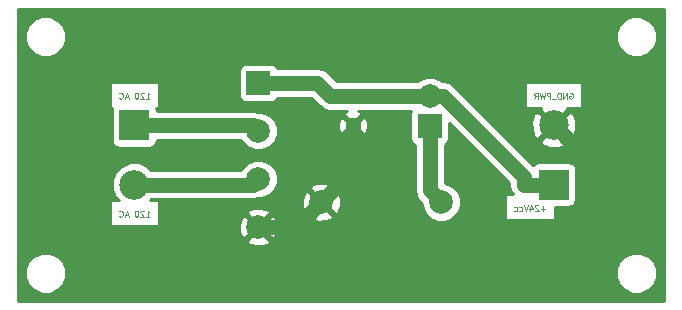
<source format=gbr>
G04 #@! TF.FileFunction,Copper,L2,Bot,Signal*
%FSLAX46Y46*%
G04 Gerber Fmt 4.6, Leading zero omitted, Abs format (unit mm)*
G04 Created by KiCad (PCBNEW 4.0.1-stable) date 23/09/2016 02:13:24 p. m.*
%MOMM*%
G01*
G04 APERTURE LIST*
%ADD10C,0.100000*%
%ADD11C,0.125000*%
%ADD12C,1.300000*%
%ADD13R,1.300000X1.300000*%
%ADD14R,1.998980X1.998980*%
%ADD15C,1.998980*%
%ADD16R,2.000000X2.000000*%
%ADD17C,2.000000*%
%ADD18R,2.500000X2.500000*%
%ADD19C,2.500000*%
%ADD20C,1.250000*%
%ADD21C,0.254000*%
G04 APERTURE END LIST*
D10*
D11*
X128488094Y-110226190D02*
X128773808Y-110226190D01*
X128630951Y-110226190D02*
X128630951Y-109726190D01*
X128678570Y-109797619D01*
X128726189Y-109845238D01*
X128773808Y-109869048D01*
X128297618Y-109773810D02*
X128273808Y-109750000D01*
X128226189Y-109726190D01*
X128107142Y-109726190D01*
X128059523Y-109750000D01*
X128035713Y-109773810D01*
X128011904Y-109821429D01*
X128011904Y-109869048D01*
X128035713Y-109940476D01*
X128321427Y-110226190D01*
X128011904Y-110226190D01*
X127702380Y-109726190D02*
X127654761Y-109726190D01*
X127607142Y-109750000D01*
X127583333Y-109773810D01*
X127559523Y-109821429D01*
X127535714Y-109916667D01*
X127535714Y-110035714D01*
X127559523Y-110130952D01*
X127583333Y-110178571D01*
X127607142Y-110202381D01*
X127654761Y-110226190D01*
X127702380Y-110226190D01*
X127749999Y-110202381D01*
X127773809Y-110178571D01*
X127797618Y-110130952D01*
X127821428Y-110035714D01*
X127821428Y-109916667D01*
X127797618Y-109821429D01*
X127773809Y-109773810D01*
X127749999Y-109750000D01*
X127702380Y-109726190D01*
X126964286Y-110083333D02*
X126726191Y-110083333D01*
X127011905Y-110226190D02*
X126845238Y-109726190D01*
X126678572Y-110226190D01*
X126226191Y-110178571D02*
X126250001Y-110202381D01*
X126321429Y-110226190D01*
X126369048Y-110226190D01*
X126440477Y-110202381D01*
X126488096Y-110154762D01*
X126511905Y-110107143D01*
X126535715Y-110011905D01*
X126535715Y-109940476D01*
X126511905Y-109845238D01*
X126488096Y-109797619D01*
X126440477Y-109750000D01*
X126369048Y-109726190D01*
X126321429Y-109726190D01*
X126250001Y-109750000D01*
X126226191Y-109773810D01*
X128488094Y-100226190D02*
X128773808Y-100226190D01*
X128630951Y-100226190D02*
X128630951Y-99726190D01*
X128678570Y-99797619D01*
X128726189Y-99845238D01*
X128773808Y-99869048D01*
X128297618Y-99773810D02*
X128273808Y-99750000D01*
X128226189Y-99726190D01*
X128107142Y-99726190D01*
X128059523Y-99750000D01*
X128035713Y-99773810D01*
X128011904Y-99821429D01*
X128011904Y-99869048D01*
X128035713Y-99940476D01*
X128321427Y-100226190D01*
X128011904Y-100226190D01*
X127702380Y-99726190D02*
X127654761Y-99726190D01*
X127607142Y-99750000D01*
X127583333Y-99773810D01*
X127559523Y-99821429D01*
X127535714Y-99916667D01*
X127535714Y-100035714D01*
X127559523Y-100130952D01*
X127583333Y-100178571D01*
X127607142Y-100202381D01*
X127654761Y-100226190D01*
X127702380Y-100226190D01*
X127749999Y-100202381D01*
X127773809Y-100178571D01*
X127797618Y-100130952D01*
X127821428Y-100035714D01*
X127821428Y-99916667D01*
X127797618Y-99821429D01*
X127773809Y-99773810D01*
X127749999Y-99750000D01*
X127702380Y-99726190D01*
X126964286Y-100083333D02*
X126726191Y-100083333D01*
X127011905Y-100226190D02*
X126845238Y-99726190D01*
X126678572Y-100226190D01*
X126226191Y-100178571D02*
X126250001Y-100202381D01*
X126321429Y-100226190D01*
X126369048Y-100226190D01*
X126440477Y-100202381D01*
X126488096Y-100154762D01*
X126511905Y-100107143D01*
X126535715Y-100011905D01*
X126535715Y-99940476D01*
X126511905Y-99845238D01*
X126488096Y-99797619D01*
X126440477Y-99750000D01*
X126369048Y-99726190D01*
X126321429Y-99726190D01*
X126250001Y-99750000D01*
X126226191Y-99773810D01*
X162309522Y-109535714D02*
X161928570Y-109535714D01*
X162119046Y-109726190D02*
X162119046Y-109345238D01*
X161714284Y-109273810D02*
X161690474Y-109250000D01*
X161642855Y-109226190D01*
X161523808Y-109226190D01*
X161476189Y-109250000D01*
X161452379Y-109273810D01*
X161428570Y-109321429D01*
X161428570Y-109369048D01*
X161452379Y-109440476D01*
X161738093Y-109726190D01*
X161428570Y-109726190D01*
X160999999Y-109392857D02*
X160999999Y-109726190D01*
X161119046Y-109202381D02*
X161238094Y-109559524D01*
X160928570Y-109559524D01*
X160809523Y-109226190D02*
X160642856Y-109726190D01*
X160476190Y-109226190D01*
X160095238Y-109702381D02*
X160142857Y-109726190D01*
X160238095Y-109726190D01*
X160285714Y-109702381D01*
X160309523Y-109678571D01*
X160333333Y-109630952D01*
X160333333Y-109488095D01*
X160309523Y-109440476D01*
X160285714Y-109416667D01*
X160238095Y-109392857D01*
X160142857Y-109392857D01*
X160095238Y-109416667D01*
X159666667Y-109702381D02*
X159714286Y-109726190D01*
X159809524Y-109726190D01*
X159857143Y-109702381D01*
X159880952Y-109678571D01*
X159904762Y-109630952D01*
X159904762Y-109488095D01*
X159880952Y-109440476D01*
X159857143Y-109416667D01*
X159809524Y-109392857D01*
X159714286Y-109392857D01*
X159666667Y-109416667D01*
X164357143Y-99750000D02*
X164404762Y-99726190D01*
X164476190Y-99726190D01*
X164547619Y-99750000D01*
X164595238Y-99797619D01*
X164619047Y-99845238D01*
X164642857Y-99940476D01*
X164642857Y-100011905D01*
X164619047Y-100107143D01*
X164595238Y-100154762D01*
X164547619Y-100202381D01*
X164476190Y-100226190D01*
X164428571Y-100226190D01*
X164357143Y-100202381D01*
X164333333Y-100178571D01*
X164333333Y-100011905D01*
X164428571Y-100011905D01*
X164119047Y-100226190D02*
X164119047Y-99726190D01*
X163833333Y-100226190D01*
X163833333Y-99726190D01*
X163595237Y-100226190D02*
X163595237Y-99726190D01*
X163476190Y-99726190D01*
X163404761Y-99750000D01*
X163357142Y-99797619D01*
X163333333Y-99845238D01*
X163309523Y-99940476D01*
X163309523Y-100011905D01*
X163333333Y-100107143D01*
X163357142Y-100154762D01*
X163404761Y-100202381D01*
X163476190Y-100226190D01*
X163595237Y-100226190D01*
X163214285Y-100273810D02*
X162833333Y-100273810D01*
X162714285Y-100226190D02*
X162714285Y-99726190D01*
X162523809Y-99726190D01*
X162476190Y-99750000D01*
X162452381Y-99773810D01*
X162428571Y-99821429D01*
X162428571Y-99892857D01*
X162452381Y-99940476D01*
X162476190Y-99964286D01*
X162523809Y-99988095D01*
X162714285Y-99988095D01*
X162261904Y-99726190D02*
X162142857Y-100226190D01*
X162047619Y-99869048D01*
X161952381Y-100226190D01*
X161833333Y-99726190D01*
X161357142Y-100226190D02*
X161523809Y-99988095D01*
X161642856Y-100226190D02*
X161642856Y-99726190D01*
X161452380Y-99726190D01*
X161404761Y-99750000D01*
X161380952Y-99773810D01*
X161357142Y-99821429D01*
X161357142Y-99892857D01*
X161380952Y-99940476D01*
X161404761Y-99964286D01*
X161452380Y-99988095D01*
X161642856Y-99988095D01*
D12*
X146000000Y-102500000D03*
D13*
X146000000Y-100000000D03*
D14*
X138000000Y-98904000D03*
D15*
X138000000Y-102968000D03*
X138000000Y-107032000D03*
X138000000Y-111096000D03*
D16*
X152500000Y-102540000D03*
D17*
X152500000Y-100000000D03*
D18*
X127500000Y-102500000D03*
D19*
X127500000Y-107500000D03*
D18*
X163000000Y-107500000D03*
D19*
X163000000Y-102500000D03*
D15*
X153500000Y-109000000D03*
X143340000Y-109000000D03*
D20*
X141244000Y-111096000D02*
X143340000Y-109000000D01*
X138000000Y-111096000D02*
X141244000Y-111096000D01*
X165375400Y-104875400D02*
X163000000Y-102500000D01*
X165375400Y-109223300D02*
X165375400Y-104875400D01*
X163437300Y-111161400D02*
X165375400Y-109223300D01*
X150821400Y-111161400D02*
X163437300Y-111161400D01*
X146000000Y-106340000D02*
X150821400Y-111161400D01*
X143340000Y-109000000D02*
X146000000Y-106340000D01*
X146000000Y-106340000D02*
X146000000Y-102500000D01*
X152500000Y-100000000D02*
X146000000Y-100000000D01*
X143004000Y-98904000D02*
X144100000Y-100000000D01*
X138000000Y-98904000D02*
X143004000Y-98904000D01*
X146000000Y-100000000D02*
X144100000Y-100000000D01*
X153625000Y-100000000D02*
X152500000Y-100000000D01*
X160500000Y-106875000D02*
X153625000Y-100000000D01*
X160500000Y-107500000D02*
X160500000Y-106875000D01*
X163000000Y-107500000D02*
X160500000Y-107500000D01*
X137532000Y-107500000D02*
X138000000Y-107032000D01*
X127500000Y-107500000D02*
X137532000Y-107500000D01*
X152500000Y-108000000D02*
X152500000Y-102540000D01*
X153500000Y-109000000D02*
X152500000Y-108000000D01*
X137532000Y-102500000D02*
X138000000Y-102968000D01*
X127500000Y-102500000D02*
X137532000Y-102500000D01*
D21*
G36*
X172373000Y-117373000D02*
X117627000Y-117373000D01*
X117627000Y-115343599D01*
X118264699Y-115343599D01*
X118528281Y-115981515D01*
X119015918Y-116470004D01*
X119653373Y-116734699D01*
X120343599Y-116735301D01*
X120981515Y-116471719D01*
X121470004Y-115984082D01*
X121734699Y-115346627D01*
X121734701Y-115343599D01*
X168264699Y-115343599D01*
X168528281Y-115981515D01*
X169015918Y-116470004D01*
X169653373Y-116734699D01*
X170343599Y-116735301D01*
X170981515Y-116471719D01*
X171470004Y-115984082D01*
X171734699Y-115346627D01*
X171735301Y-114656401D01*
X171471719Y-114018485D01*
X170984082Y-113529996D01*
X170346627Y-113265301D01*
X169656401Y-113264699D01*
X169018485Y-113528281D01*
X168529996Y-114015918D01*
X168265301Y-114653373D01*
X168264699Y-115343599D01*
X121734701Y-115343599D01*
X121735301Y-114656401D01*
X121471719Y-114018485D01*
X120984082Y-113529996D01*
X120346627Y-113265301D01*
X119656401Y-113264699D01*
X119018485Y-113528281D01*
X118529996Y-114015918D01*
X118265301Y-114653373D01*
X118264699Y-115343599D01*
X117627000Y-115343599D01*
X117627000Y-112248163D01*
X137027443Y-112248163D01*
X137126042Y-112514965D01*
X137735582Y-112741401D01*
X138385377Y-112717341D01*
X138873958Y-112514965D01*
X138972557Y-112248163D01*
X138000000Y-111275605D01*
X137027443Y-112248163D01*
X117627000Y-112248163D01*
X117627000Y-108827500D01*
X125433454Y-108827500D01*
X125433454Y-111047500D01*
X129566547Y-111047500D01*
X129566547Y-110831582D01*
X136354599Y-110831582D01*
X136378659Y-111481377D01*
X136581035Y-111969958D01*
X136847837Y-112068557D01*
X137820395Y-111096000D01*
X138179605Y-111096000D01*
X139152163Y-112068557D01*
X139418965Y-111969958D01*
X139645401Y-111360418D01*
X139621341Y-110710623D01*
X139418965Y-110222042D01*
X139229878Y-110152163D01*
X142367443Y-110152163D01*
X142466042Y-110418965D01*
X143075582Y-110645401D01*
X143725377Y-110621341D01*
X144213958Y-110418965D01*
X144312557Y-110152163D01*
X143340000Y-109179605D01*
X142367443Y-110152163D01*
X139229878Y-110152163D01*
X139152163Y-110123443D01*
X138179605Y-111096000D01*
X137820395Y-111096000D01*
X136847837Y-110123443D01*
X136581035Y-110222042D01*
X136354599Y-110831582D01*
X129566547Y-110831582D01*
X129566547Y-109943837D01*
X137027443Y-109943837D01*
X138000000Y-110916395D01*
X138972557Y-109943837D01*
X138873958Y-109677035D01*
X138264418Y-109450599D01*
X137614623Y-109474659D01*
X137126042Y-109677035D01*
X137027443Y-109943837D01*
X129566547Y-109943837D01*
X129566547Y-108827500D01*
X128838303Y-108827500D01*
X128905921Y-108760000D01*
X137531995Y-108760000D01*
X137532000Y-108760001D01*
X137654760Y-108735582D01*
X141694599Y-108735582D01*
X141718659Y-109385377D01*
X141921035Y-109873958D01*
X142187837Y-109972557D01*
X143160395Y-109000000D01*
X143519605Y-109000000D01*
X144492163Y-109972557D01*
X144758965Y-109873958D01*
X144985401Y-109264418D01*
X144961341Y-108614623D01*
X144758965Y-108126042D01*
X144492163Y-108027443D01*
X143519605Y-109000000D01*
X143160395Y-109000000D01*
X142187837Y-108027443D01*
X141921035Y-108126042D01*
X141694599Y-108735582D01*
X137654760Y-108735582D01*
X138002090Y-108666493D01*
X138323694Y-108666774D01*
X138924655Y-108418462D01*
X139384846Y-107959073D01*
X139431035Y-107847837D01*
X142367443Y-107847837D01*
X143340000Y-108820395D01*
X144312557Y-107847837D01*
X144213958Y-107581035D01*
X143604418Y-107354599D01*
X142954623Y-107378659D01*
X142466042Y-107581035D01*
X142367443Y-107847837D01*
X139431035Y-107847837D01*
X139634206Y-107358547D01*
X139634774Y-106708306D01*
X139386462Y-106107345D01*
X138927073Y-105647154D01*
X138326547Y-105397794D01*
X137676306Y-105397226D01*
X137075345Y-105645538D01*
X136615154Y-106104927D01*
X136559067Y-106240000D01*
X128905666Y-106240000D01*
X128569161Y-105902907D01*
X127876595Y-105615328D01*
X127126695Y-105614674D01*
X126433628Y-105901043D01*
X125902907Y-106430839D01*
X125615328Y-107123405D01*
X125614674Y-107873305D01*
X125901043Y-108566372D01*
X126161716Y-108827500D01*
X125433454Y-108827500D01*
X117627000Y-108827500D01*
X117627000Y-98827500D01*
X125433454Y-98827500D01*
X125433454Y-101047500D01*
X125643567Y-101047500D01*
X125602560Y-101250000D01*
X125602560Y-103750000D01*
X125646838Y-103985317D01*
X125785910Y-104201441D01*
X125998110Y-104346431D01*
X126250000Y-104397440D01*
X128750000Y-104397440D01*
X128985317Y-104353162D01*
X129201441Y-104214090D01*
X129346431Y-104001890D01*
X129395415Y-103760000D01*
X136558726Y-103760000D01*
X136613538Y-103892655D01*
X137072927Y-104352846D01*
X137673453Y-104602206D01*
X138323694Y-104602774D01*
X138924655Y-104354462D01*
X139384846Y-103895073D01*
X139590826Y-103399016D01*
X145280590Y-103399016D01*
X145336271Y-103629611D01*
X145819078Y-103797622D01*
X146329428Y-103768083D01*
X146663729Y-103629611D01*
X146719410Y-103399016D01*
X146000000Y-102679605D01*
X145280590Y-103399016D01*
X139590826Y-103399016D01*
X139634206Y-103294547D01*
X139634774Y-102644306D01*
X139500393Y-102319078D01*
X144702378Y-102319078D01*
X144731917Y-102829428D01*
X144870389Y-103163729D01*
X145100984Y-103219410D01*
X145820395Y-102500000D01*
X146179605Y-102500000D01*
X146899016Y-103219410D01*
X147129611Y-103163729D01*
X147297622Y-102680922D01*
X147268083Y-102170572D01*
X147129611Y-101836271D01*
X146899016Y-101780590D01*
X146179605Y-102500000D01*
X145820395Y-102500000D01*
X145100984Y-101780590D01*
X144870389Y-101836271D01*
X144702378Y-102319078D01*
X139500393Y-102319078D01*
X139386462Y-102043345D01*
X138927073Y-101583154D01*
X138326547Y-101333794D01*
X138002108Y-101333511D01*
X137532000Y-101239999D01*
X137531995Y-101240000D01*
X129395558Y-101240000D01*
X129359337Y-101047500D01*
X129566547Y-101047500D01*
X129566547Y-98827500D01*
X125433454Y-98827500D01*
X117627000Y-98827500D01*
X117627000Y-97904510D01*
X136353070Y-97904510D01*
X136353070Y-99903490D01*
X136397348Y-100138807D01*
X136536420Y-100354931D01*
X136748620Y-100499921D01*
X137000510Y-100550930D01*
X138999490Y-100550930D01*
X139234807Y-100506652D01*
X139450931Y-100367580D01*
X139590031Y-100164000D01*
X142482090Y-100164000D01*
X143209043Y-100890952D01*
X143209045Y-100890955D01*
X143617819Y-101164088D01*
X144100000Y-101260001D01*
X144100005Y-101260000D01*
X145165116Y-101260000D01*
X145350000Y-101297440D01*
X145512385Y-101297440D01*
X145336271Y-101370389D01*
X145280590Y-101600984D01*
X146000000Y-102320395D01*
X146719410Y-101600984D01*
X146663729Y-101370389D01*
X146454098Y-101297440D01*
X146650000Y-101297440D01*
X146848976Y-101260000D01*
X150922776Y-101260000D01*
X150903569Y-101288110D01*
X150852560Y-101540000D01*
X150852560Y-103540000D01*
X150896838Y-103775317D01*
X151035910Y-103991441D01*
X151240000Y-104130890D01*
X151240000Y-107999995D01*
X151239999Y-108000000D01*
X151335912Y-108482181D01*
X151609045Y-108890955D01*
X151865380Y-109147290D01*
X151865226Y-109323694D01*
X152113538Y-109924655D01*
X152572927Y-110384846D01*
X153173453Y-110634206D01*
X153823694Y-110634774D01*
X154424655Y-110386462D01*
X154884846Y-109927073D01*
X155134206Y-109326547D01*
X155134774Y-108676306D01*
X154886462Y-108075345D01*
X154427073Y-107615154D01*
X153826547Y-107365794D01*
X153760000Y-107365736D01*
X153760000Y-104127279D01*
X153951441Y-104004090D01*
X154096431Y-103791890D01*
X154147440Y-103540000D01*
X154147440Y-102304350D01*
X159240000Y-107396909D01*
X159240000Y-107500000D01*
X159335912Y-107982181D01*
X159566646Y-108327500D01*
X158873930Y-108327500D01*
X158873930Y-110547500D01*
X163126071Y-110547500D01*
X163126071Y-109397440D01*
X164250000Y-109397440D01*
X164485317Y-109353162D01*
X164701441Y-109214090D01*
X164846431Y-109001890D01*
X164897440Y-108750000D01*
X164897440Y-106250000D01*
X164853162Y-106014683D01*
X164714090Y-105798559D01*
X164501890Y-105653569D01*
X164250000Y-105602560D01*
X161750000Y-105602560D01*
X161514683Y-105646838D01*
X161298559Y-105785910D01*
X161255637Y-105848728D01*
X159240230Y-103833320D01*
X161846285Y-103833320D01*
X161975533Y-104126123D01*
X162675806Y-104394388D01*
X163425435Y-104374250D01*
X164024467Y-104126123D01*
X164153715Y-103833320D01*
X163000000Y-102679605D01*
X161846285Y-103833320D01*
X159240230Y-103833320D01*
X157582716Y-102175806D01*
X161105612Y-102175806D01*
X161125750Y-102925435D01*
X161373877Y-103524467D01*
X161666680Y-103653715D01*
X162820395Y-102500000D01*
X163179605Y-102500000D01*
X164333320Y-103653715D01*
X164626123Y-103524467D01*
X164894388Y-102824194D01*
X164874250Y-102074565D01*
X164626123Y-101475533D01*
X164333320Y-101346285D01*
X163179605Y-102500000D01*
X162820395Y-102500000D01*
X161666680Y-101346285D01*
X161373877Y-101475533D01*
X161105612Y-102175806D01*
X157582716Y-102175806D01*
X154515955Y-99109045D01*
X154107181Y-98835912D01*
X154064892Y-98827500D01*
X160564405Y-98827500D01*
X160564405Y-101047500D01*
X161898893Y-101047500D01*
X161846285Y-101166680D01*
X163000000Y-102320395D01*
X164153715Y-101166680D01*
X164101107Y-101047500D01*
X165435596Y-101047500D01*
X165435596Y-98827500D01*
X160564405Y-98827500D01*
X154064892Y-98827500D01*
X153625000Y-98739999D01*
X153624995Y-98740000D01*
X153552422Y-98740000D01*
X153427363Y-98614722D01*
X152826648Y-98365284D01*
X152176205Y-98364716D01*
X151575057Y-98613106D01*
X151447941Y-98740000D01*
X146834884Y-98740000D01*
X146650000Y-98702560D01*
X145350000Y-98702560D01*
X145151024Y-98740000D01*
X144621909Y-98740000D01*
X143894955Y-98013045D01*
X143486181Y-97739912D01*
X143004000Y-97643999D01*
X143003995Y-97644000D01*
X139586441Y-97644000D01*
X139463580Y-97453069D01*
X139251380Y-97308079D01*
X138999490Y-97257070D01*
X137000510Y-97257070D01*
X136765193Y-97301348D01*
X136549069Y-97440420D01*
X136404079Y-97652620D01*
X136353070Y-97904510D01*
X117627000Y-97904510D01*
X117627000Y-95343599D01*
X118264699Y-95343599D01*
X118528281Y-95981515D01*
X119015918Y-96470004D01*
X119653373Y-96734699D01*
X120343599Y-96735301D01*
X120981515Y-96471719D01*
X121470004Y-95984082D01*
X121734699Y-95346627D01*
X121734701Y-95343599D01*
X168264699Y-95343599D01*
X168528281Y-95981515D01*
X169015918Y-96470004D01*
X169653373Y-96734699D01*
X170343599Y-96735301D01*
X170981515Y-96471719D01*
X171470004Y-95984082D01*
X171734699Y-95346627D01*
X171735301Y-94656401D01*
X171471719Y-94018485D01*
X170984082Y-93529996D01*
X170346627Y-93265301D01*
X169656401Y-93264699D01*
X169018485Y-93528281D01*
X168529996Y-94015918D01*
X168265301Y-94653373D01*
X168264699Y-95343599D01*
X121734701Y-95343599D01*
X121735301Y-94656401D01*
X121471719Y-94018485D01*
X120984082Y-93529996D01*
X120346627Y-93265301D01*
X119656401Y-93264699D01*
X119018485Y-93528281D01*
X118529996Y-94015918D01*
X118265301Y-94653373D01*
X118264699Y-95343599D01*
X117627000Y-95343599D01*
X117627000Y-92627000D01*
X172373000Y-92627000D01*
X172373000Y-117373000D01*
X172373000Y-117373000D01*
G37*
X172373000Y-117373000D02*
X117627000Y-117373000D01*
X117627000Y-115343599D01*
X118264699Y-115343599D01*
X118528281Y-115981515D01*
X119015918Y-116470004D01*
X119653373Y-116734699D01*
X120343599Y-116735301D01*
X120981515Y-116471719D01*
X121470004Y-115984082D01*
X121734699Y-115346627D01*
X121734701Y-115343599D01*
X168264699Y-115343599D01*
X168528281Y-115981515D01*
X169015918Y-116470004D01*
X169653373Y-116734699D01*
X170343599Y-116735301D01*
X170981515Y-116471719D01*
X171470004Y-115984082D01*
X171734699Y-115346627D01*
X171735301Y-114656401D01*
X171471719Y-114018485D01*
X170984082Y-113529996D01*
X170346627Y-113265301D01*
X169656401Y-113264699D01*
X169018485Y-113528281D01*
X168529996Y-114015918D01*
X168265301Y-114653373D01*
X168264699Y-115343599D01*
X121734701Y-115343599D01*
X121735301Y-114656401D01*
X121471719Y-114018485D01*
X120984082Y-113529996D01*
X120346627Y-113265301D01*
X119656401Y-113264699D01*
X119018485Y-113528281D01*
X118529996Y-114015918D01*
X118265301Y-114653373D01*
X118264699Y-115343599D01*
X117627000Y-115343599D01*
X117627000Y-112248163D01*
X137027443Y-112248163D01*
X137126042Y-112514965D01*
X137735582Y-112741401D01*
X138385377Y-112717341D01*
X138873958Y-112514965D01*
X138972557Y-112248163D01*
X138000000Y-111275605D01*
X137027443Y-112248163D01*
X117627000Y-112248163D01*
X117627000Y-108827500D01*
X125433454Y-108827500D01*
X125433454Y-111047500D01*
X129566547Y-111047500D01*
X129566547Y-110831582D01*
X136354599Y-110831582D01*
X136378659Y-111481377D01*
X136581035Y-111969958D01*
X136847837Y-112068557D01*
X137820395Y-111096000D01*
X138179605Y-111096000D01*
X139152163Y-112068557D01*
X139418965Y-111969958D01*
X139645401Y-111360418D01*
X139621341Y-110710623D01*
X139418965Y-110222042D01*
X139229878Y-110152163D01*
X142367443Y-110152163D01*
X142466042Y-110418965D01*
X143075582Y-110645401D01*
X143725377Y-110621341D01*
X144213958Y-110418965D01*
X144312557Y-110152163D01*
X143340000Y-109179605D01*
X142367443Y-110152163D01*
X139229878Y-110152163D01*
X139152163Y-110123443D01*
X138179605Y-111096000D01*
X137820395Y-111096000D01*
X136847837Y-110123443D01*
X136581035Y-110222042D01*
X136354599Y-110831582D01*
X129566547Y-110831582D01*
X129566547Y-109943837D01*
X137027443Y-109943837D01*
X138000000Y-110916395D01*
X138972557Y-109943837D01*
X138873958Y-109677035D01*
X138264418Y-109450599D01*
X137614623Y-109474659D01*
X137126042Y-109677035D01*
X137027443Y-109943837D01*
X129566547Y-109943837D01*
X129566547Y-108827500D01*
X128838303Y-108827500D01*
X128905921Y-108760000D01*
X137531995Y-108760000D01*
X137532000Y-108760001D01*
X137654760Y-108735582D01*
X141694599Y-108735582D01*
X141718659Y-109385377D01*
X141921035Y-109873958D01*
X142187837Y-109972557D01*
X143160395Y-109000000D01*
X143519605Y-109000000D01*
X144492163Y-109972557D01*
X144758965Y-109873958D01*
X144985401Y-109264418D01*
X144961341Y-108614623D01*
X144758965Y-108126042D01*
X144492163Y-108027443D01*
X143519605Y-109000000D01*
X143160395Y-109000000D01*
X142187837Y-108027443D01*
X141921035Y-108126042D01*
X141694599Y-108735582D01*
X137654760Y-108735582D01*
X138002090Y-108666493D01*
X138323694Y-108666774D01*
X138924655Y-108418462D01*
X139384846Y-107959073D01*
X139431035Y-107847837D01*
X142367443Y-107847837D01*
X143340000Y-108820395D01*
X144312557Y-107847837D01*
X144213958Y-107581035D01*
X143604418Y-107354599D01*
X142954623Y-107378659D01*
X142466042Y-107581035D01*
X142367443Y-107847837D01*
X139431035Y-107847837D01*
X139634206Y-107358547D01*
X139634774Y-106708306D01*
X139386462Y-106107345D01*
X138927073Y-105647154D01*
X138326547Y-105397794D01*
X137676306Y-105397226D01*
X137075345Y-105645538D01*
X136615154Y-106104927D01*
X136559067Y-106240000D01*
X128905666Y-106240000D01*
X128569161Y-105902907D01*
X127876595Y-105615328D01*
X127126695Y-105614674D01*
X126433628Y-105901043D01*
X125902907Y-106430839D01*
X125615328Y-107123405D01*
X125614674Y-107873305D01*
X125901043Y-108566372D01*
X126161716Y-108827500D01*
X125433454Y-108827500D01*
X117627000Y-108827500D01*
X117627000Y-98827500D01*
X125433454Y-98827500D01*
X125433454Y-101047500D01*
X125643567Y-101047500D01*
X125602560Y-101250000D01*
X125602560Y-103750000D01*
X125646838Y-103985317D01*
X125785910Y-104201441D01*
X125998110Y-104346431D01*
X126250000Y-104397440D01*
X128750000Y-104397440D01*
X128985317Y-104353162D01*
X129201441Y-104214090D01*
X129346431Y-104001890D01*
X129395415Y-103760000D01*
X136558726Y-103760000D01*
X136613538Y-103892655D01*
X137072927Y-104352846D01*
X137673453Y-104602206D01*
X138323694Y-104602774D01*
X138924655Y-104354462D01*
X139384846Y-103895073D01*
X139590826Y-103399016D01*
X145280590Y-103399016D01*
X145336271Y-103629611D01*
X145819078Y-103797622D01*
X146329428Y-103768083D01*
X146663729Y-103629611D01*
X146719410Y-103399016D01*
X146000000Y-102679605D01*
X145280590Y-103399016D01*
X139590826Y-103399016D01*
X139634206Y-103294547D01*
X139634774Y-102644306D01*
X139500393Y-102319078D01*
X144702378Y-102319078D01*
X144731917Y-102829428D01*
X144870389Y-103163729D01*
X145100984Y-103219410D01*
X145820395Y-102500000D01*
X146179605Y-102500000D01*
X146899016Y-103219410D01*
X147129611Y-103163729D01*
X147297622Y-102680922D01*
X147268083Y-102170572D01*
X147129611Y-101836271D01*
X146899016Y-101780590D01*
X146179605Y-102500000D01*
X145820395Y-102500000D01*
X145100984Y-101780590D01*
X144870389Y-101836271D01*
X144702378Y-102319078D01*
X139500393Y-102319078D01*
X139386462Y-102043345D01*
X138927073Y-101583154D01*
X138326547Y-101333794D01*
X138002108Y-101333511D01*
X137532000Y-101239999D01*
X137531995Y-101240000D01*
X129395558Y-101240000D01*
X129359337Y-101047500D01*
X129566547Y-101047500D01*
X129566547Y-98827500D01*
X125433454Y-98827500D01*
X117627000Y-98827500D01*
X117627000Y-97904510D01*
X136353070Y-97904510D01*
X136353070Y-99903490D01*
X136397348Y-100138807D01*
X136536420Y-100354931D01*
X136748620Y-100499921D01*
X137000510Y-100550930D01*
X138999490Y-100550930D01*
X139234807Y-100506652D01*
X139450931Y-100367580D01*
X139590031Y-100164000D01*
X142482090Y-100164000D01*
X143209043Y-100890952D01*
X143209045Y-100890955D01*
X143617819Y-101164088D01*
X144100000Y-101260001D01*
X144100005Y-101260000D01*
X145165116Y-101260000D01*
X145350000Y-101297440D01*
X145512385Y-101297440D01*
X145336271Y-101370389D01*
X145280590Y-101600984D01*
X146000000Y-102320395D01*
X146719410Y-101600984D01*
X146663729Y-101370389D01*
X146454098Y-101297440D01*
X146650000Y-101297440D01*
X146848976Y-101260000D01*
X150922776Y-101260000D01*
X150903569Y-101288110D01*
X150852560Y-101540000D01*
X150852560Y-103540000D01*
X150896838Y-103775317D01*
X151035910Y-103991441D01*
X151240000Y-104130890D01*
X151240000Y-107999995D01*
X151239999Y-108000000D01*
X151335912Y-108482181D01*
X151609045Y-108890955D01*
X151865380Y-109147290D01*
X151865226Y-109323694D01*
X152113538Y-109924655D01*
X152572927Y-110384846D01*
X153173453Y-110634206D01*
X153823694Y-110634774D01*
X154424655Y-110386462D01*
X154884846Y-109927073D01*
X155134206Y-109326547D01*
X155134774Y-108676306D01*
X154886462Y-108075345D01*
X154427073Y-107615154D01*
X153826547Y-107365794D01*
X153760000Y-107365736D01*
X153760000Y-104127279D01*
X153951441Y-104004090D01*
X154096431Y-103791890D01*
X154147440Y-103540000D01*
X154147440Y-102304350D01*
X159240000Y-107396909D01*
X159240000Y-107500000D01*
X159335912Y-107982181D01*
X159566646Y-108327500D01*
X158873930Y-108327500D01*
X158873930Y-110547500D01*
X163126071Y-110547500D01*
X163126071Y-109397440D01*
X164250000Y-109397440D01*
X164485317Y-109353162D01*
X164701441Y-109214090D01*
X164846431Y-109001890D01*
X164897440Y-108750000D01*
X164897440Y-106250000D01*
X164853162Y-106014683D01*
X164714090Y-105798559D01*
X164501890Y-105653569D01*
X164250000Y-105602560D01*
X161750000Y-105602560D01*
X161514683Y-105646838D01*
X161298559Y-105785910D01*
X161255637Y-105848728D01*
X159240230Y-103833320D01*
X161846285Y-103833320D01*
X161975533Y-104126123D01*
X162675806Y-104394388D01*
X163425435Y-104374250D01*
X164024467Y-104126123D01*
X164153715Y-103833320D01*
X163000000Y-102679605D01*
X161846285Y-103833320D01*
X159240230Y-103833320D01*
X157582716Y-102175806D01*
X161105612Y-102175806D01*
X161125750Y-102925435D01*
X161373877Y-103524467D01*
X161666680Y-103653715D01*
X162820395Y-102500000D01*
X163179605Y-102500000D01*
X164333320Y-103653715D01*
X164626123Y-103524467D01*
X164894388Y-102824194D01*
X164874250Y-102074565D01*
X164626123Y-101475533D01*
X164333320Y-101346285D01*
X163179605Y-102500000D01*
X162820395Y-102500000D01*
X161666680Y-101346285D01*
X161373877Y-101475533D01*
X161105612Y-102175806D01*
X157582716Y-102175806D01*
X154515955Y-99109045D01*
X154107181Y-98835912D01*
X154064892Y-98827500D01*
X160564405Y-98827500D01*
X160564405Y-101047500D01*
X161898893Y-101047500D01*
X161846285Y-101166680D01*
X163000000Y-102320395D01*
X164153715Y-101166680D01*
X164101107Y-101047500D01*
X165435596Y-101047500D01*
X165435596Y-98827500D01*
X160564405Y-98827500D01*
X154064892Y-98827500D01*
X153625000Y-98739999D01*
X153624995Y-98740000D01*
X153552422Y-98740000D01*
X153427363Y-98614722D01*
X152826648Y-98365284D01*
X152176205Y-98364716D01*
X151575057Y-98613106D01*
X151447941Y-98740000D01*
X146834884Y-98740000D01*
X146650000Y-98702560D01*
X145350000Y-98702560D01*
X145151024Y-98740000D01*
X144621909Y-98740000D01*
X143894955Y-98013045D01*
X143486181Y-97739912D01*
X143004000Y-97643999D01*
X143003995Y-97644000D01*
X139586441Y-97644000D01*
X139463580Y-97453069D01*
X139251380Y-97308079D01*
X138999490Y-97257070D01*
X137000510Y-97257070D01*
X136765193Y-97301348D01*
X136549069Y-97440420D01*
X136404079Y-97652620D01*
X136353070Y-97904510D01*
X117627000Y-97904510D01*
X117627000Y-95343599D01*
X118264699Y-95343599D01*
X118528281Y-95981515D01*
X119015918Y-96470004D01*
X119653373Y-96734699D01*
X120343599Y-96735301D01*
X120981515Y-96471719D01*
X121470004Y-95984082D01*
X121734699Y-95346627D01*
X121734701Y-95343599D01*
X168264699Y-95343599D01*
X168528281Y-95981515D01*
X169015918Y-96470004D01*
X169653373Y-96734699D01*
X170343599Y-96735301D01*
X170981515Y-96471719D01*
X171470004Y-95984082D01*
X171734699Y-95346627D01*
X171735301Y-94656401D01*
X171471719Y-94018485D01*
X170984082Y-93529996D01*
X170346627Y-93265301D01*
X169656401Y-93264699D01*
X169018485Y-93528281D01*
X168529996Y-94015918D01*
X168265301Y-94653373D01*
X168264699Y-95343599D01*
X121734701Y-95343599D01*
X121735301Y-94656401D01*
X121471719Y-94018485D01*
X120984082Y-93529996D01*
X120346627Y-93265301D01*
X119656401Y-93264699D01*
X119018485Y-93528281D01*
X118529996Y-94015918D01*
X118265301Y-94653373D01*
X118264699Y-95343599D01*
X117627000Y-95343599D01*
X117627000Y-92627000D01*
X172373000Y-92627000D01*
X172373000Y-117373000D01*
M02*

</source>
